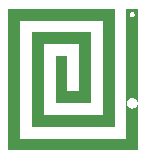
<source format=gbr>
G04 DipTrace 3.3.1.3*
G04 Top.gbr*
%MOMM*%
G04 #@! TF.FileFunction,Copper,L1,Top*
G04 #@! TF.Part,Single*
%ADD14C,0.4*%
%ADD16C,0.8*%
G04 #@! TA.AperFunction,ViaPad*
%ADD13C,0.41*%
%ADD15C,0.81*%
%FSLAX35Y35*%
G04*
G71*
G90*
G75*
G01*
G04 Top*
%LPD*%
D13*
X1050000Y1149900D3*
D15*
X1050400Y399600D3*
G36*
X1004500Y400000D2*
X1000000D1*
Y100000D1*
X100000D1*
Y1100000D1*
X800000D1*
Y300000D1*
X300000D1*
Y900000D1*
X600000D1*
Y500000D1*
X500000D1*
Y800000D1*
X400000D1*
Y400000D1*
X700000D1*
Y1000000D1*
X200000D1*
Y200000D1*
X900000D1*
Y1200000D1*
X0D1*
Y0D1*
X1100000D1*
Y1200000D1*
X1000000D1*
Y1150000D1*
X1029000D1*
X1029117Y1152197D1*
X1029460Y1154367D1*
X1030027Y1156490D1*
X1030817Y1158540D1*
X1031813Y1160500D1*
X1033010Y1162343D1*
X1034393Y1164053D1*
X1035947Y1165607D1*
X1037657Y1166990D1*
X1039500Y1168187D1*
X1041460Y1169183D1*
X1043510Y1169973D1*
X1045633Y1170540D1*
X1047803Y1170883D1*
X1050000Y1171000D1*
X1052197Y1170883D1*
X1054367Y1170540D1*
X1056490Y1169973D1*
X1058540Y1169183D1*
X1060500Y1168187D1*
X1062343Y1166990D1*
X1064053Y1165607D1*
X1065607Y1164053D1*
X1066990Y1162343D1*
X1068187Y1160500D1*
X1069183Y1158540D1*
X1069973Y1156490D1*
X1070540Y1154367D1*
X1070883Y1152197D1*
X1071000Y1150000D1*
X1070883Y1147803D1*
X1070540Y1145633D1*
X1069973Y1143510D1*
X1069183Y1141460D1*
X1068187Y1139500D1*
X1066990Y1137657D1*
X1065607Y1135947D1*
X1064053Y1134393D1*
X1062343Y1133010D1*
X1060500Y1131813D1*
X1058540Y1130817D1*
X1056490Y1130027D1*
X1054367Y1129460D1*
X1052197Y1129117D1*
X1050000Y1129000D1*
X1047803Y1129117D1*
X1045633Y1129460D1*
X1043510Y1130027D1*
X1041460Y1130817D1*
X1039500Y1131813D1*
X1037657Y1133010D1*
X1035947Y1134393D1*
X1034393Y1135947D1*
X1033010Y1137657D1*
X1031813Y1139500D1*
X1030817Y1141460D1*
X1030027Y1143510D1*
X1029460Y1145633D1*
X1029117Y1147803D1*
X1029000Y1150000D1*
X1000000D1*
Y400000D1*
X1004500D1*
X1004750Y404757D1*
X1005493Y409460D1*
X1006727Y414060D1*
X1008433Y418507D1*
X1010597Y422750D1*
X1013190Y426743D1*
X1016187Y430447D1*
X1019553Y433813D1*
X1023257Y436810D1*
X1027250Y439403D1*
X1031493Y441567D1*
X1035940Y443273D1*
X1040540Y444507D1*
X1045243Y445250D1*
X1050000Y445500D1*
X1054757Y445250D1*
X1059460Y444507D1*
X1064060Y443273D1*
X1068507Y441567D1*
X1072750Y439403D1*
X1076743Y436810D1*
X1080447Y433813D1*
X1083813Y430447D1*
X1086810Y426743D1*
X1089403Y422750D1*
X1091567Y418507D1*
X1093273Y414060D1*
X1094507Y409460D1*
X1095250Y404757D1*
X1095500Y400000D1*
X1095250Y395243D1*
X1094507Y390540D1*
X1093273Y385940D1*
X1091567Y381493D1*
X1089403Y377250D1*
X1086810Y373257D1*
X1083813Y369553D1*
X1080447Y366187D1*
X1076743Y363190D1*
X1072750Y360597D1*
X1068507Y358433D1*
X1064060Y356727D1*
X1059460Y355493D1*
X1054757Y354750D1*
X1050000Y354500D1*
X1045243Y354750D1*
X1040540Y355493D1*
X1035940Y356727D1*
X1031493Y358433D1*
X1027250Y360597D1*
X1023257Y363190D1*
X1019553Y366187D1*
X1016187Y369553D1*
X1013190Y373257D1*
X1010597Y377250D1*
X1008433Y381493D1*
X1006727Y385940D1*
X1005493Y390540D1*
X1004750Y395243D1*
X1004500Y400000D1*
G37*
G04 Top Clear*
%LPC*%
D14*
X1050000Y1149900D3*
D16*
X1050400Y399600D3*
M02*

</source>
